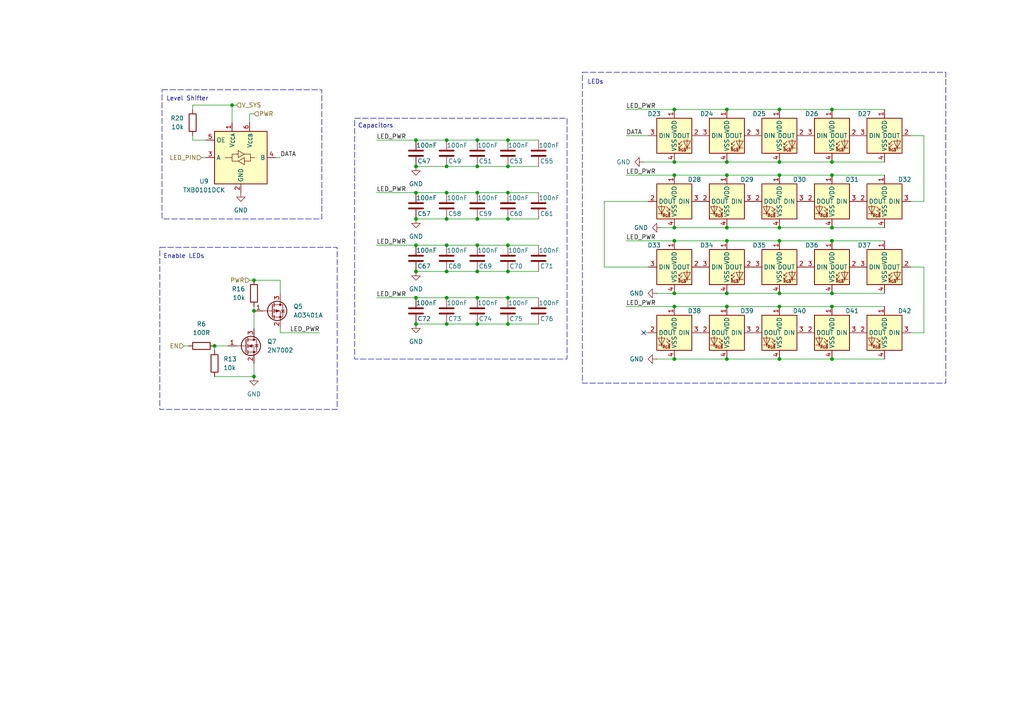
<source format=kicad_sch>
(kicad_sch (version 20241004) (generator "eeschema") (generator_version "8.99")
  (paper "A4")
  (lib_symbols
    (symbol "Device:C" (pin_numbers (hide yes)) (pin_names (offset 0.254))
      (property "Reference" "C" (at 0.635 2.54 0))
      (property "Value" "C" (at 0.635 -2.54 0))
      (symbol "C_0_1"
        (polyline (pts (xy -2.032 0.762) (xy 2.032 0.762)) (stroke (width 0.508)))
        (polyline (pts (xy -2.032 -0.762) (xy 2.032 -0.762)) (stroke (width 0.508)))
      )
      (symbol "C_1_1"
        (pin passive line (at 0 3.81 270) (length 2.794) (name "~") (number "1"))
        (pin passive line (at 0 -3.81 90) (length 2.794) (name "~") (number "2"))
      )
    )
    (symbol "Device:R" (pin_numbers (hide yes)) (pin_names (offset 0))
      (property "Reference" "R" (at 2.032 0 90))
      (property "Value" "R" (at 0 0 90))
      (symbol "R_0_1"
        (rectangle (start -1.016 -2.54) (end 1.016 2.54) (stroke (width 0.254)))
      )
      (symbol "R_1_1"
        (pin passive line (at 0 3.81 270) (length 1.27) (name "~") (number "1"))
        (pin passive line (at 0 -3.81 90) (length 1.27) (name "~") (number "2"))
      )
    )
    (symbol "Logic_LevelTranslator:TXB0101DCK"
      (property "Reference" "U" (at -6.35 8.89 0))
      (property "Value" "TXB0101DCK" (at 3.81 8.89 0))
      (symbol "TXB0101DCK_0_1"
        (rectangle (start -7.62 7.62) (end 7.62 -7.62) (stroke (width 0.254)) (fill (type background)))
        (polyline (pts (xy -2.54 0) (xy -2.54 1.016) (xy -0.762 1.016)))
        (polyline (pts (xy -0.762 0) (xy -0.762 2.032) (xy 1.016 1.016) (xy -0.762 0)))
        (polyline (pts (xy -0.762 -1.016) (xy -2.54 -1.016) (xy -2.54 0) (xy -4.572 0)))
        (polyline (pts (xy 1.016 1.016) (xy 2.794 1.016) (xy 2.794 0) (xy 4.064 0)))
        (polyline (pts (xy 1.016 0) (xy 1.016 -1.778) (xy 1.016 -2.032) (xy -0.762 -1.016) (xy 1.016 0)))
        (polyline (pts (xy 2.794 0) (xy 2.794 -1.016) (xy 1.016 -1.016)))
      )
      (symbol "TXB0101DCK_1_1"
        (pin input line (at -10.16 5.08 0) (length 2.54) (name "OE") (number "5"))
        (pin bidirectional line (at -10.16 0 0) (length 2.54) (name "A") (number "3"))
        (pin power_in line (at -2.54 10.16 270) (length 2.54) (name "V_{CCA}") (number "1"))
        (pin power_in line (at 0 -10.16 90) (length 2.54) (name "GND") (number "2"))
        (pin power_in line (at 2.54 10.16 270) (length 2.54) (name "V_{CCB}") (number "6"))
        (pin bidirectional line (at 10.16 0 180) (length 2.54) (name "B") (number "4"))
      )
    )
    (symbol "PCM_marbastlib-various:SK6812MINI-E"
      (property "Reference" "LED" (at 2.54 6.35 0))
      (property "Value" "SK6812MINI-E" (at 7.62 -6.35 0))
      (symbol "SK6812MINI-E_0_0"
        (text "RGB" (at 2.286 -4.191 0) (effects (font (size 0.762 0.762))))
      )
      (symbol "SK6812MINI-E_0_1"
        (polyline (pts (xy 1.27 -2.54) (xy 1.778 -2.54)))
        (polyline (pts (xy 1.27 -3.556) (xy 1.778 -3.556)))
        (polyline (pts (xy 2.286 -1.524) (xy 1.27 -2.54) (xy 1.27 -2.032)))
        (polyline (pts (xy 2.286 -2.54) (xy 1.27 -3.556) (xy 1.27 -3.048)))
        (polyline (pts (xy 3.683 -1.016) (xy 3.683 -3.556) (xy 3.683 -4.064)))
        (polyline (pts (xy 4.699 -1.524) (xy 2.667 -1.524) (xy 3.683 -3.556) (xy 4.699 -1.524)))
        (polyline (pts (xy 4.699 -3.556) (xy 2.667 -3.556)))
        (rectangle (start 5.08 5.08) (end -5.08 -5.08) (stroke (width 0.254)) (fill (type background)))
      )
      (symbol "SK6812MINI-E_1_1"
        (pin input line (at -7.62 0 0) (length 2.54) (name "DIN") (number "3"))
        (pin power_in line (at 0 7.62 270) (length 2.54) (name "VDD") (number "1"))
        (pin power_in line (at 0 -7.62 90) (length 2.54) (name "VSS") (number "4"))
        (pin output line (at 7.62 0 180) (length 2.54) (name "DOUT") (number "2"))
      )
    )
    (symbol "Transistor_FET:2N7002" (pin_names (hide yes))
      (property "Reference" "Q" (at 5.08 1.905 0))
      (property "Value" "2N7002" (at 5.08 0 0))
      (symbol "2N7002_0_1"
        (polyline (pts (xy 0.254 1.905) (xy 0.254 -1.905)) (stroke (width 0.254)))
        (polyline (pts (xy 0.254 0) (xy -2.54 0)))
        (polyline (pts (xy 0.762 2.286) (xy 0.762 1.27)) (stroke (width 0.254)))
        (polyline (pts (xy 0.762 0.508) (xy 0.762 -0.508)) (stroke (width 0.254)))
        (polyline (pts (xy 0.762 -1.27) (xy 0.762 -2.286)) (stroke (width 0.254)))
        (polyline (pts (xy 0.762 -1.778) (xy 3.302 -1.778) (xy 3.302 1.778) (xy 0.762 1.778)))
        (polyline (pts (xy 1.016 0) (xy 2.032 0.381) (xy 2.032 -0.381) (xy 1.016 0)) (fill (type outline)))
        (circle (center 1.651 0) (radius 2.794) (stroke (width 0.254)))
        (polyline (pts (xy 2.54 2.54) (xy 2.54 1.778)))
        (circle (center 2.54 1.778) (radius 0.254) (fill (type outline)))
        (circle (center 2.54 -1.778) (radius 0.254) (fill (type outline)))
        (polyline (pts (xy 2.54 -2.54) (xy 2.54 0) (xy 0.762 0)))
        (polyline (pts (xy 2.794 0.508) (xy 2.921 0.381) (xy 3.683 0.381) (xy 3.81 0.254)))
        (polyline (pts (xy 3.302 0.381) (xy 2.921 -0.254) (xy 3.683 -0.254) (xy 3.302 0.381)))
      )
      (symbol "2N7002_1_1"
        (pin input line (at -5.08 0 0) (length 2.54) (name "G") (number "1"))
        (pin passive line (at 2.54 5.08 270) (length 2.54) (name "D") (number "3"))
        (pin passive line (at 2.54 -5.08 90) (length 2.54) (name "S") (number "2"))
      )
    )
    (symbol "Transistor_FET:AO3401A" (pin_names (hide yes))
      (property "Reference" "Q" (at 5.08 1.905 0))
      (property "Value" "AO3401A" (at 5.08 0 0))
      (symbol "AO3401A_0_1"
        (polyline (pts (xy 0.254 1.905) (xy 0.254 -1.905)) (stroke (width 0.254)))
        (polyline (pts (xy 0.254 0) (xy -2.54 0)))
        (polyline (pts (xy 0.762 2.286) (xy 0.762 1.27)) (stroke (width 0.254)))
        (polyline (pts (xy 0.762 1.778) (xy 3.302 1.778) (xy 3.302 -1.778) (xy 0.762 -1.778)))
        (polyline (pts (xy 0.762 0.508) (xy 0.762 -0.508)) (stroke (width 0.254)))
        (polyline (pts (xy 0.762 -1.27) (xy 0.762 -2.286)) (stroke (width 0.254)))
        (circle (center 1.651 0) (radius 2.794) (stroke (width 0.254)))
        (polyline (pts (xy 2.286 0) (xy 1.27 0.381) (xy 1.27 -0.381) (xy 2.286 0)) (fill (type outline)))
        (polyline (pts (xy 2.54 2.54) (xy 2.54 1.778)))
        (circle (center 2.54 1.778) (radius 0.254) (fill (type outline)))
        (circle (center 2.54 -1.778) (radius 0.254) (fill (type outline)))
        (polyline (pts (xy 2.54 -2.54) (xy 2.54 0) (xy 0.762 0)))
        (polyline (pts (xy 2.794 -0.508) (xy 2.921 -0.381) (xy 3.683 -0.381) (xy 3.81 -0.254)))
        (polyline (pts (xy 3.302 -0.381) (xy 2.921 0.254) (xy 3.683 0.254) (xy 3.302 -0.381)))
      )
      (symbol "AO3401A_1_1"
        (pin input line (at -5.08 0 0) (length 2.54) (name "G") (number "1"))
        (pin passive line (at 2.54 5.08 270) (length 2.54) (name "D") (number "3"))
        (pin passive line (at 2.54 -5.08 90) (length 2.54) (name "S") (number "2"))
      )
    )
    (symbol "power:GND" (power) (pin_numbers (hide yes)) (pin_names (offset 0) (hide yes))
      (property "Value" "GND" (at 0 -3.81 0))
      (symbol "GND_0_1"
        (polyline (pts (xy 0 0) (xy 0 -1.27) (xy 1.27 -1.27) (xy 0 -2.54) (xy -1.27 -1.27) (xy 0 -1.27)))
      )
      (symbol "GND_1_1"
        (pin power_in line (at 0 0 270) (length 0) (name "~") (number "1"))
      )
    )
  )
  (rectangle (start 46.355 71.755) (end 97.79 118.745) (stroke (width 0) (type dash)))
  (rectangle (start 46.99 26.035) (end 93.345 63.5) (stroke (width 0) (type dash)))
  (rectangle (start 168.91 20.955) (end 274.32 111.125) (stroke (width 0) (type dash)))
  (rectangle (start 102.87 34.29) (end 164.465 104.14) (stroke (width 0) (type dash)))
  (text "Level Shifter\n" (at 54.356 28.702 0) (effects (font (size 1.27 1.27))))
  (text "LEDs" (at 172.72 23.876 0) (effects (font (size 1.27 1.27))))
  (text "Capacitors\n" (at 108.966 36.576 0) (effects (font (size 1.27 1.27))))
  (text "Enable LEDs\n\n" (at 53.34 75.438 0) (effects (font (size 1.27 1.27))))
  (junction (at 138.43 63.5))
  (junction (at 120.65 63.5))
  (junction (at 241.3 50.8))
  (junction (at 120.65 48.26))
  (junction (at 195.58 85.09))
  (junction (at 73.66 90.17))
  (junction (at 120.65 86.36))
  (junction (at 210.82 46.99))
  (junction (at 138.43 40.64))
  (junction (at 147.32 78.74))
  (junction (at 226.06 88.9))
  (junction (at 147.32 71.12))
  (junction (at 226.06 104.14))
  (junction (at 73.66 109.22))
  (junction (at 120.65 93.98))
  (junction (at 129.54 93.98))
  (junction (at 210.82 104.14))
  (junction (at 241.3 31.75))
  (junction (at 138.43 86.36))
  (junction (at 138.43 78.74))
  (junction (at 241.3 66.04))
  (junction (at 210.82 50.8))
  (junction (at 241.3 104.14))
  (junction (at 129.54 63.5))
  (junction (at 195.58 66.04))
  (junction (at 120.65 71.12))
  (junction (at 226.06 85.09))
  (junction (at 147.32 40.64))
  (junction (at 195.58 88.9))
  (junction (at 129.54 48.26))
  (junction (at 241.3 85.09))
  (junction (at 73.66 81.28))
  (junction (at 138.43 71.12))
  (junction (at 226.06 46.99))
  (junction (at 241.3 69.85))
  (junction (at 210.82 66.04))
  (junction (at 195.58 31.75))
  (junction (at 138.43 48.26))
  (junction (at 120.65 40.64))
  (junction (at 210.82 88.9))
  (junction (at 226.06 50.8))
  (junction (at 241.3 88.9))
  (junction (at 147.32 63.5))
  (junction (at 147.32 86.36))
  (junction (at 195.58 46.99))
  (junction (at 138.43 55.88))
  (junction (at 129.54 78.74))
  (junction (at 129.54 55.88))
  (junction (at 138.43 93.98))
  (junction (at 129.54 40.64))
  (junction (at 147.32 48.26))
  (junction (at 226.06 31.75))
  (junction (at 195.58 69.85))
  (junction (at 129.54 86.36))
  (junction (at 147.32 93.98))
  (junction (at 226.06 66.04))
  (junction (at 120.65 78.74))
  (junction (at 226.06 69.85))
  (junction (at 241.3 46.99))
  (junction (at 210.82 85.09))
  (junction (at 120.65 55.88))
  (junction (at 62.23 100.33))
  (junction (at 195.58 104.14))
  (junction (at 147.32 55.88))
  (junction (at 129.54 71.12))
  (junction (at 67.31 30.48))
  (junction (at 210.82 31.75))
  (junction (at 210.82 69.85))
  (junction (at 195.58 50.8))
  (no_connect (at 186.69 96.52))
  (wire (pts (xy 73.66 105.41) (xy 73.66 109.22)))
  (wire (pts (xy 129.54 71.12) (xy 138.43 71.12)))
  (wire (pts (xy 210.82 31.75) (xy 226.06 31.75)))
  (wire (pts (xy 147.32 71.12) (xy 156.21 71.12)))
  (wire (pts (xy 210.82 85.09) (xy 226.06 85.09)))
  (wire (pts (xy 138.43 55.88) (xy 147.32 55.88)))
  (wire (pts (xy 210.82 50.8) (xy 226.06 50.8)))
  (wire (pts (xy 190.5 104.14) (xy 195.58 104.14)))
  (wire (pts (xy 147.32 48.26) (xy 156.21 48.26)))
  (wire (pts (xy 210.82 46.99) (xy 226.06 46.99)))
  (wire (pts (xy 53.34 100.33) (xy 54.61 100.33)))
  (wire (pts (xy 138.43 86.36) (xy 147.32 86.36)))
  (wire (pts (xy 120.65 86.36) (xy 129.54 86.36)))
  (wire (pts (xy 73.66 33.02) (xy 72.39 33.02)))
  (wire (pts (xy 147.32 63.5) (xy 156.21 63.5)))
  (wire (pts (xy 138.43 48.26) (xy 147.32 48.26)))
  (wire (pts (xy 147.32 78.74) (xy 156.21 78.74)))
  (wire (pts (xy 67.31 30.48) (xy 67.31 35.56)))
  (wire (pts (xy 62.23 100.33) (xy 62.23 101.6)))
  (wire (pts (xy 186.69 46.99) (xy 195.58 46.99)))
  (wire (pts (xy 120.65 55.88) (xy 129.54 55.88)))
  (wire (pts (xy 241.3 66.04) (xy 256.54 66.04)))
  (wire (pts (xy 226.06 31.75) (xy 241.3 31.75)))
  (wire (pts (xy 73.66 90.17) (xy 73.66 95.25)))
  (wire (pts (xy 226.06 85.09) (xy 241.3 85.09)))
  (wire (pts (xy 109.22 71.12) (xy 120.65 71.12)))
  (wire (pts (xy 120.65 78.74) (xy 129.54 78.74)))
  (wire (pts (xy 138.43 40.64) (xy 147.32 40.64)))
  (wire (pts (xy 186.69 96.52) (xy 187.96 96.52)))
  (wire (pts (xy 210.82 88.9) (xy 226.06 88.9)))
  (wire (pts (xy 210.82 66.04) (xy 226.06 66.04)))
  (wire (pts (xy 129.54 86.36) (xy 138.43 86.36)))
  (wire (pts (xy 109.22 55.88) (xy 120.65 55.88)))
  (wire (pts (xy 138.43 78.74) (xy 147.32 78.74)))
  (wire (pts (xy 181.61 39.37) (xy 187.96 39.37)))
  (wire (pts (xy 147.32 86.36) (xy 156.21 86.36)))
  (wire (pts (xy 129.54 78.74) (xy 138.43 78.74)))
  (wire (pts (xy 241.3 85.09) (xy 256.54 85.09)))
  (wire (pts (xy 241.3 31.75) (xy 256.54 31.75)))
  (wire (pts (xy 55.88 30.48) (xy 67.31 30.48)))
  (wire (pts (xy 195.58 46.99) (xy 210.82 46.99)))
  (wire (pts (xy 120.65 93.98) (xy 129.54 93.98)))
  (wire (pts (xy 195.58 50.8) (xy 210.82 50.8)))
  (wire (pts (xy 81.28 45.72) (xy 80.01 45.72)))
  (wire (pts (xy 241.3 69.85) (xy 256.54 69.85)))
  (wire (pts (xy 226.06 50.8) (xy 241.3 50.8)))
  (wire (pts (xy 73.66 81.28) (xy 81.28 81.28)))
  (wire (pts (xy 109.22 86.36) (xy 120.65 86.36)))
  (wire (pts (xy 226.06 66.04) (xy 241.3 66.04)))
  (wire (pts (xy 267.97 77.47) (xy 267.97 96.52)))
  (wire (pts (xy 138.43 93.98) (xy 147.32 93.98)))
  (wire (pts (xy 191.77 66.04) (xy 195.58 66.04)))
  (wire (pts (xy 55.88 40.64) (xy 55.88 39.37)))
  (wire (pts (xy 129.54 63.5) (xy 138.43 63.5)))
  (wire (pts (xy 120.65 63.5) (xy 129.54 63.5)))
  (wire (pts (xy 181.61 31.75) (xy 195.58 31.75)))
  (wire (pts (xy 72.39 33.02) (xy 72.39 35.56)))
  (wire (pts (xy 181.61 88.9) (xy 195.58 88.9)))
  (wire (pts (xy 129.54 40.64) (xy 138.43 40.64)))
  (wire (pts (xy 67.31 30.48) (xy 68.58 30.48)))
  (wire (pts (xy 59.69 40.64) (xy 55.88 40.64)))
  (wire (pts (xy 264.16 39.37) (xy 267.97 39.37)))
  (wire (pts (xy 195.58 66.04) (xy 210.82 66.04)))
  (wire (pts (xy 241.3 46.99) (xy 256.54 46.99)))
  (wire (pts (xy 62.23 100.33) (xy 66.04 100.33)))
  (wire (pts (xy 210.82 104.14) (xy 226.06 104.14)))
  (wire (pts (xy 81.28 85.09) (xy 81.28 81.28)))
  (wire (pts (xy 210.82 69.85) (xy 226.06 69.85)))
  (wire (pts (xy 241.3 50.8) (xy 256.54 50.8)))
  (wire (pts (xy 175.26 77.47) (xy 187.96 77.47)))
  (wire (pts (xy 226.06 104.14) (xy 241.3 104.14)))
  (wire (pts (xy 55.88 30.48) (xy 55.88 31.75)))
  (wire (pts (xy 195.58 85.09) (xy 210.82 85.09)))
  (wire (pts (xy 62.23 109.22) (xy 73.66 109.22)))
  (wire (pts (xy 195.58 88.9) (xy 210.82 88.9)))
  (wire (pts (xy 226.06 46.99) (xy 241.3 46.99)))
  (wire (pts (xy 267.97 96.52) (xy 264.16 96.52)))
  (wire (pts (xy 73.66 88.9) (xy 73.66 90.17)))
  (wire (pts (xy 120.65 71.12) (xy 129.54 71.12)))
  (wire (pts (xy 129.54 48.26) (xy 138.43 48.26)))
  (wire (pts (xy 72.39 81.28) (xy 73.66 81.28)))
  (wire (pts (xy 120.65 40.64) (xy 129.54 40.64)))
  (wire (pts (xy 195.58 69.85) (xy 210.82 69.85)))
  (wire (pts (xy 109.22 40.64) (xy 120.65 40.64)))
  (wire (pts (xy 241.3 88.9) (xy 256.54 88.9)))
  (wire (pts (xy 267.97 58.42) (xy 264.16 58.42)))
  (wire (pts (xy 120.65 48.26) (xy 129.54 48.26)))
  (wire (pts (xy 190.5 85.09) (xy 195.58 85.09)))
  (wire (pts (xy 129.54 55.88) (xy 138.43 55.88)))
  (wire (pts (xy 241.3 104.14) (xy 256.54 104.14)))
  (wire (pts (xy 264.16 77.47) (xy 267.97 77.47)))
  (wire (pts (xy 129.54 93.98) (xy 138.43 93.98)))
  (wire (pts (xy 187.96 58.42) (xy 175.26 58.42)))
  (wire (pts (xy 58.42 45.72) (xy 59.69 45.72)))
  (wire (pts (xy 175.26 58.42) (xy 175.26 77.47)))
  (wire (pts (xy 195.58 31.75) (xy 210.82 31.75)))
  (wire (pts (xy 181.61 69.85) (xy 195.58 69.85)))
  (wire (pts (xy 147.32 40.64) (xy 156.21 40.64)))
  (wire (pts (xy 138.43 63.5) (xy 147.32 63.5)))
  (wire (pts (xy 267.97 39.37) (xy 267.97 58.42)))
  (wire (pts (xy 81.28 96.52) (xy 81.28 95.25)))
  (wire (pts (xy 92.71 96.52) (xy 81.28 96.52)))
  (wire (pts (xy 226.06 69.85) (xy 241.3 69.85)))
  (wire (pts (xy 147.32 55.88) (xy 156.21 55.88)))
  (wire (pts (xy 147.32 93.98) (xy 156.21 93.98)))
  (wire (pts (xy 138.43 71.12) (xy 147.32 71.12)))
  (wire (pts (xy 195.58 104.14) (xy 210.82 104.14)))
  (wire (pts (xy 181.61 50.8) (xy 195.58 50.8)))
  (wire (pts (xy 226.06 88.9) (xy 241.3 88.9)))
  (label "LED_PWR" (at 109.22 71.12 0))
  (label "LED_PWR" (at 109.22 86.36 0))
  (label "LED_PWR" (at 181.61 69.85 0))
  (label "LED_PWR" (at 181.61 88.9 0))
  (label "LED_PWR" (at 181.61 50.8 0))
  (label "LED_PWR" (at 92.71 96.52 180))
  (label "LED_PWR" (at 109.22 40.64 0))
  (label "DATA" (at 181.61 39.37 0))
  (label "LED_PWR" (at 109.22 55.88 0))
  (label "DATA" (at 81.28 45.72 0))
  (label "LED_PWR" (at 181.61 31.75 0))
  (hierarchical_label "V_SYS" (shape input) (at 68.58 30.48 0))
  (hierarchical_label "EN" (shape input) (at 53.34 100.33 180))
  (hierarchical_label "PWR" (shape input) (at 73.66 33.02 0))
  (hierarchical_label "PWR" (shape input) (at 72.39 81.28 180))
  (hierarchical_label "LED_PIN" (shape input) (at 58.42 45.72 180))
  (symbol (lib_id "power:GND") (at 186.69 46.99 270) (unit 1)
    (property "Reference" "#PWR01" (effects (hide yes)))
    (property "Value" "GND" (at 182.88 46.9899 90) (effects (justify right)))
    (property "Description" "Power symbol creates a global label with name \"GND\" , ground" (effects (hide yes)))
    (instances (project "koeg-board-pcb" (path "" (reference "#PWR01") (unit 1)) (path "" (reference "#PWR010") (unit 1))))
  )
  (symbol (lib_id "PCM_marbastlib-various:SK6812MINI-E") (at 210.82 96.52 0) (mirror y) (unit 1)
    (property "Reference" "D39" (at 216.662 90.17 0))
    (property "Value" "SK6812MINI-E" (effects (hide yes)))
    (property "Footprint" "PCM_marbastlib-various:LED_6028R" (effects (hide yes)))
    (property "Description" "Reverse mount adressable LED (WS2812 protocol)" (effects (hide yes)))
    (property "LCSC" "C5149201" (effects (hide yes)))
    (instances (project "koeg-board-pcb" (path "" (reference "D39") (unit 1)) (path "" (reference "D81") (unit 1))))
  )
  (symbol (lib_id "Device:C") (at 120.65 44.45 180) (unit 1)
    (property "Reference" "C47" (at 124.968 46.736 0) (effects (justify left)))
    (property "Value" "100nF" (at 126.746 42.164 0) (effects (justify left)))
    (property "Footprint" "Capacitor_SMD:C_0402_1005Metric" (effects (hide yes)))
    (property "Description" "Unpolarized capacitor" (effects (hide yes)))
    (property "LCSC" "C60474" (effects (hide yes)))
    (instances (project "koeg-board-pcb" (path "" (reference "C47") (unit 1)) (path "" (reference "C48") (unit 1))))
  )
  (symbol (lib_id "PCM_marbastlib-various:SK6812MINI-E") (at 256.54 58.42 0) (mirror y) (unit 1)
    (property "Reference" "D32" (at 262.382 52.07 0))
    (property "Value" "SK6812MINI-E" (effects (hide yes)))
    (property "Footprint" "PCM_marbastlib-various:LED_6028R" (effects (hide yes)))
    (property "Description" "Reverse mount adressable LED (WS2812 protocol)" (effects (hide yes)))
    (property "LCSC" "C5149201" (effects (hide yes)))
    (instances (project "koeg-board-pcb" (path "" (reference "D32") (unit 1)) (path "" (reference "D74") (unit 1))))
  )
  (symbol (lib_id "Device:C") (at 129.54 59.69 180) (unit 1)
    (property "Reference" "C58" (at 133.858 61.976 0) (effects (justify left)))
    (property "Value" "100nF" (at 135.636 57.404 0) (effects (justify left)))
    (property "Footprint" "Capacitor_SMD:C_0402_1005Metric" (effects (hide yes)))
    (property "Description" "Unpolarized capacitor" (effects (hide yes)))
    (property "LCSC" "C60474" (effects (hide yes)))
    (instances (project "koeg-board-pcb" (path "" (reference "C58") (unit 1)) (path "" (reference "C63") (unit 1))))
  )
  (symbol (lib_id "Device:C") (at 120.65 59.69 180) (unit 1)
    (property "Reference" "C57" (at 124.968 61.976 0) (effects (justify left)))
    (property "Value" "100nF" (at 126.746 57.404 0) (effects (justify left)))
    (property "Footprint" "Capacitor_SMD:C_0402_1005Metric" (effects (hide yes)))
    (property "Description" "Unpolarized capacitor" (effects (hide yes)))
    (property "LCSC" "C60474" (effects (hide yes)))
    (instances (project "koeg-board-pcb" (path "" (reference "C57") (unit 1)) (path "" (reference "C62") (unit 1))))
  )
  (symbol (lib_id "Device:C") (at 120.65 74.93 180) (unit 1)
    (property "Reference" "C67" (at 124.968 77.216 0) (effects (justify left)))
    (property "Value" "100nF" (at 126.746 72.644 0) (effects (justify left)))
    (property "Footprint" "Capacitor_SMD:C_0402_1005Metric" (effects (hide yes)))
    (property "Description" "Unpolarized capacitor" (effects (hide yes)))
    (property "LCSC" "C60474" (effects (hide yes)))
    (instances (project "koeg-board-pcb" (path "" (reference "C67") (unit 1)) (path "" (reference "C77") (unit 1))))
  )
  (symbol (lib_id "Device:C") (at 138.43 90.17 180) (unit 1)
    (property "Reference" "C74" (at 142.748 92.456 0) (effects (justify left)))
    (property "Value" "100nF" (at 144.526 87.884 0) (effects (justify left)))
    (property "Footprint" "Capacitor_SMD:C_0402_1005Metric" (effects (hide yes)))
    (property "Description" "Unpolarized capacitor" (effects (hide yes)))
    (property "LCSC" "C60474" (effects (hide yes)))
    (instances (project "koeg-board-pcb" (path "" (reference "C74") (unit 1)) (path "" (reference "C84") (unit 1))))
  )
  (symbol (lib_id "power:GND") (at 190.5 104.14 270) (unit 1)
    (property "Reference" "#PWR09" (effects (hide yes)))
    (property "Value" "GND" (at 186.69 104.1399 90) (effects (justify right)))
    (property "Description" "Power symbol creates a global label with name \"GND\" , ground" (effects (hide yes)))
    (instances (project "koeg-board-pcb" (path "" (reference "#PWR09") (unit 1)) (path "" (reference "#PWR015") (unit 1))))
  )
  (symbol (lib_id "power:GND") (at 190.5 85.09 270) (unit 1)
    (property "Reference" "#PWR06" (effects (hide yes)))
    (property "Value" "GND" (at 186.69 85.0899 90) (effects (justify right)))
    (property "Description" "Power symbol creates a global label with name \"GND\" , ground" (effects (hide yes)))
    (instances (project "koeg-board-pcb" (path "" (reference "#PWR06") (unit 1)) (path "" (reference "#PWR014") (unit 1))))
  )
  (symbol (lib_id "power:GND") (at 120.65 78.74 0) (unit 1)
    (property "Reference" "#PWR057" (effects (hide yes)))
    (property "Value" "GND" (at 120.65 83.82 0))
    (property "Description" "Power symbol creates a global label with name \"GND\" , ground" (effects (hide yes)))
    (instances (project "koeg-board-pcb" (path "" (reference "#PWR057") (unit 1)) (path "" (reference "#PWR060") (unit 1))))
  )
  (symbol (lib_id "Device:C") (at 129.54 44.45 180) (unit 1)
    (property "Reference" "C49" (at 133.858 46.736 0) (effects (justify left)))
    (property "Value" "100nF" (at 135.636 42.164 0) (effects (justify left)))
    (property "Footprint" "Capacitor_SMD:C_0402_1005Metric" (effects (hide yes)))
    (property "Description" "Unpolarized capacitor" (effects (hide yes)))
    (property "LCSC" "C60474" (effects (hide yes)))
    (instances (project "koeg-board-pcb" (path "" (reference "C49") (unit 1)) (path "" (reference "C50") (unit 1))))
  )
  (symbol (lib_id "PCM_marbastlib-various:SK6812MINI-E") (at 195.58 96.52 0) (mirror y) (unit 1)
    (property "Reference" "D38" (at 201.422 90.17 0))
    (property "Value" "SK6812MINI-E" (effects (hide yes)))
    (property "Footprint" "PCM_marbastlib-various:LED_6028R" (effects (hide yes)))
    (property "Description" "Reverse mount adressable LED (WS2812 protocol)" (effects (hide yes)))
    (property "LCSC" "C5149201" (effects (hide yes)))
    (instances (project "koeg-board-pcb" (path "" (reference "D38") (unit 1)) (path "" (reference "D80") (unit 1))))
  )
  (symbol (lib_id "PCM_marbastlib-various:SK6812MINI-E") (at 210.82 77.47 0) (unit 1)
    (property "Reference" "D34" (at 204.978 71.12 0))
    (property "Value" "SK6812MINI-E" (effects (hide yes)))
    (property "Footprint" "PCM_marbastlib-various:LED_6028R" (effects (hide yes)))
    (property "Description" "Reverse mount adressable LED (WS2812 protocol)" (effects (hide yes)))
    (property "LCSC" "C5149201" (effects (hide yes)))
    (instances (project "koeg-board-pcb" (path "" (reference "D34") (unit 1)) (path "" (reference "D76") (unit 1))))
  )
  (symbol (lib_id "power:GND") (at 73.66 109.22 0) (unit 1)
    (property "Reference" "#PWR049" (effects (hide yes)))
    (property "Value" "GND" (at 73.66 114.3 0))
    (property "Description" "Power symbol creates a global label with name \"GND\" , ground" (effects (hide yes)))
    (instances (project "koeg-board-pcb" (path "" (reference "#PWR049") (unit 1)) (path "" (reference "#PWR050") (unit 1))))
  )
  (symbol (lib_id "PCM_marbastlib-various:SK6812MINI-E") (at 241.3 77.47 0) (unit 1)
    (property "Reference" "D36" (at 235.458 71.12 0))
    (property "Value" "SK6812MINI-E" (effects (hide yes)))
    (property "Footprint" "PCM_marbastlib-various:LED_6028R" (effects (hide yes)))
    (property "Description" "Reverse mount adressable LED (WS2812 protocol)" (effects (hide yes)))
    (property "LCSC" "C5149201" (effects (hide yes)))
    (instances (project "koeg-board-pcb" (path "" (reference "D36") (unit 1)) (path "" (reference "D78") (unit 1))))
  )
  (symbol (lib_id "Device:C") (at 147.32 44.45 180) (unit 1)
    (property "Reference" "C53" (at 151.638 46.736 0) (effects (justify left)))
    (property "Value" "100nF" (at 153.416 42.164 0) (effects (justify left)))
    (property "Footprint" "Capacitor_SMD:C_0402_1005Metric" (effects (hide yes)))
    (property "Description" "Unpolarized capacitor" (effects (hide yes)))
    (property "LCSC" "C60474" (effects (hide yes)))
    (instances (project "koeg-board-pcb" (path "" (reference "C53") (unit 1)) (path "" (reference "C54") (unit 1))))
  )
  (symbol (lib_id "Device:R") (at 73.66 85.09 0) (mirror x) (unit 1)
    (property "Reference" "R16" (at 71.12 83.8199 0) (effects (justify right)))
    (property "Value" "10k" (at 71.12 86.3599 0) (effects (justify right)))
    (property "Footprint" "Resistor_SMD:R_0402_1005Metric" (effects (hide yes)))
    (property "Description" "Resistor" (effects (hide yes)))
    (property "LCSC" "C25744" (effects (hide yes)))
    (instances (project "koeg-board-pcb" (path "" (reference "R16") (unit 1)) (path "" (reference "R18") (unit 1))))
  )
  (symbol (lib_id "Logic_LevelTranslator:TXB0101DCK") (at 69.85 45.72 0) (unit 1)
    (property "Reference" "U9" (at 59.182 52.578 0))
    (property "Value" "TXB0101DCK" (at 59.182 55.118 0))
    (property "Footprint" "Package_TO_SOT_SMD:SOT-363_SC-70-6" (effects (hide yes)))
    (property "Datasheet" "http://www.ti.com/lit/ds/symlink/txb0101.pdf" (effects (hide yes)))
    (property "Description" "1-Bit Bidirectional Voltage-Level Translator in TSSOP Package With Auto Direction Sensing and ±15-kV ESD Protection, SC-70-6" (effects (hide yes)))
    (property "LCSC" "C324081" (effects (hide yes)))
    (instances (project "" (path "" (reference "U9") (unit 1)) (path "" (reference "U10") (unit 1))))
  )
  (symbol (lib_id "power:GND") (at 120.65 63.5 0) (unit 1)
    (property "Reference" "#PWR055" (effects (hide yes)))
    (property "Value" "GND" (at 120.65 68.58 0))
    (property "Description" "Power symbol creates a global label with name \"GND\" , ground" (effects (hide yes)))
    (instances (project "koeg-board-pcb" (path "" (reference "#PWR055") (unit 1)) (path "" (reference "#PWR056") (unit 1))))
  )
  (symbol (lib_id "Transistor_FET:2N7002") (at 71.12 100.33 0) (unit 1)
    (property "Reference" "Q7" (at 77.47 99.0599 0) (effects (justify left)))
    (property "Value" "2N7002" (at 77.47 101.5999 0) (effects (justify left)))
    (property "Footprint" "Package_TO_SOT_SMD:SOT-23" (effects (hide yes)))
    (property "Datasheet" "https://www.onsemi.com/pub/Collateral/NDS7002A-D.PDF" (effects (hide yes)))
    (property "Description" "0.115A Id, 60V Vds, N-Channel MOSFET, SOT-23" (effects (hide yes)))
    (property "LCSC" "C916396" (effects (hide yes)))
    (instances (project "" (path "" (reference "Q7") (unit 1)) (path "" (reference "Q8") (unit 1))))
  )
  (symbol (lib_id "PCM_marbastlib-various:SK6812MINI-E") (at 195.58 39.37 0) (unit 1)
    (property "Reference" "D23" (at 189.738 33.02 0))
    (property "Value" "SK6812MINI-E" (effects (hide yes)))
    (property "Footprint" "PCM_marbastlib-various:LED_6028R" (effects (hide yes)))
    (property "Description" "Reverse mount adressable LED (WS2812 protocol)" (effects (hide yes)))
    (property "LCSC" "C5149201" (effects (hide yes)))
    (instances (project "" (path "" (reference "D23") (unit 1)) (path "" (reference "D65") (unit 1))))
  )
  (symbol (lib_id "PCM_marbastlib-various:SK6812MINI-E") (at 210.82 58.42 0) (mirror y) (unit 1)
    (property "Reference" "D29" (at 216.662 52.07 0))
    (property "Value" "SK6812MINI-E" (effects (hide yes)))
    (property "Footprint" "PCM_marbastlib-various:LED_6028R" (effects (hide yes)))
    (property "Description" "Reverse mount adressable LED (WS2812 protocol)" (effects (hide yes)))
    (property "LCSC" "C5149201" (effects (hide yes)))
    (instances (project "koeg-board-pcb" (path "" (reference "D29") (unit 1)) (path "" (reference "D71") (unit 1))))
  )
  (symbol (lib_id "Device:C") (at 147.32 59.69 180) (unit 1)
    (property "Reference" "C60" (at 151.638 61.976 0) (effects (justify left)))
    (property "Value" "100nF" (at 153.416 57.404 0) (effects (justify left)))
    (property "Footprint" "Capacitor_SMD:C_0402_1005Metric" (effects (hide yes)))
    (property "Description" "Unpolarized capacitor" (effects (hide yes)))
    (property "LCSC" "C60474" (effects (hide yes)))
    (instances (project "koeg-board-pcb" (path "" (reference "C60") (unit 1)) (path "" (reference "C65") (unit 1))))
  )
  (symbol (lib_id "Device:C") (at 147.32 90.17 180) (unit 1)
    (property "Reference" "C75" (at 151.638 92.456 0) (effects (justify left)))
    (property "Value" "100nF" (at 153.416 87.884 0) (effects (justify left)))
    (property "Footprint" "Capacitor_SMD:C_0402_1005Metric" (effects (hide yes)))
    (property "Description" "Unpolarized capacitor" (effects (hide yes)))
    (property "LCSC" "C60474" (effects (hide yes)))
    (instances (project "koeg-board-pcb" (path "" (reference "C75") (unit 1)) (path "" (reference "C85") (unit 1))))
  )
  (symbol (lib_id "Device:C") (at 138.43 74.93 180) (unit 1)
    (property "Reference" "C69" (at 142.748 77.216 0) (effects (justify left)))
    (property "Value" "100nF" (at 144.526 72.644 0) (effects (justify left)))
    (property "Footprint" "Capacitor_SMD:C_0402_1005Metric" (effects (hide yes)))
    (property "Description" "Unpolarized capacitor" (effects (hide yes)))
    (property "LCSC" "C60474" (effects (hide yes)))
    (instances (project "koeg-board-pcb" (path "" (reference "C69") (unit 1)) (path "" (reference "C79") (unit 1))))
  )
  (symbol (lib_id "PCM_marbastlib-various:SK6812MINI-E") (at 195.58 58.42 0) (mirror y) (unit 1)
    (property "Reference" "D28" (at 201.422 52.07 0))
    (property "Value" "SK6812MINI-E" (effects (hide yes)))
    (property "Footprint" "PCM_marbastlib-various:LED_6028R" (effects (hide yes)))
    (property "Description" "Reverse mount adressable LED (WS2812 protocol)" (effects (hide yes)))
    (property "LCSC" "C5149201" (effects (hide yes)))
    (instances (project "koeg-board-pcb" (path "" (reference "D28") (unit 1)) (path "" (reference "D70") (unit 1))))
  )
  (symbol (lib_id "power:GND") (at 191.77 66.04 270) (unit 1)
    (property "Reference" "#PWR02" (effects (hide yes)))
    (property "Value" "GND" (at 187.96 66.0399 90) (effects (justify right)))
    (property "Description" "Power symbol creates a global label with name \"GND\" , ground" (effects (hide yes)))
    (instances (project "koeg-board-pcb" (path "" (reference "#PWR02") (unit 1)) (path "" (reference "#PWR011") (unit 1))))
  )
  (symbol (lib_id "Device:C") (at 156.21 59.69 180) (unit 1)
    (property "Reference" "C61" (at 160.528 61.976 0) (effects (justify left)))
    (property "Value" "100nF" (at 162.306 57.404 0) (effects (justify left)))
    (property "Footprint" "Capacitor_SMD:C_0402_1005Metric" (effects (hide yes)))
    (property "Description" "Unpolarized capacitor" (effects (hide yes)))
    (property "LCSC" "C60474" (effects (hide yes)))
    (instances (project "koeg-board-pcb" (path "" (reference "C61") (unit 1)) (path "" (reference "C66") (unit 1))))
  )
  (symbol (lib_id "PCM_marbastlib-various:SK6812MINI-E") (at 256.54 96.52 0) (mirror y) (unit 1)
    (property "Reference" "D42" (at 262.382 90.17 0))
    (property "Value" "SK6812MINI-E" (effects (hide yes)))
    (property "Footprint" "PCM_marbastlib-various:LED_6028R" (effects (hide yes)))
    (property "Description" "Reverse mount adressable LED (WS2812 protocol)" (effects (hide yes)))
    (property "LCSC" "C5149201" (effects (hide yes)))
    (instances (project "koeg-board-pcb" (path "" (reference "D42") (unit 1)) (path "" (reference "D84") (unit 1))))
  )
  (symbol (lib_id "Device:C") (at 147.32 74.93 180) (unit 1)
    (property "Reference" "C70" (at 151.638 77.216 0) (effects (justify left)))
    (property "Value" "100nF" (at 153.416 72.644 0) (effects (justify left)))
    (property "Footprint" "Capacitor_SMD:C_0402_1005Metric" (effects (hide yes)))
    (property "Description" "Unpolarized capacitor" (effects (hide yes)))
    (property "LCSC" "C60474" (effects (hide yes)))
    (instances (project "koeg-board-pcb" (path "" (reference "C70") (unit 1)) (path "" (reference "C80") (unit 1))))
  )
  (symbol (lib_id "PCM_marbastlib-various:SK6812MINI-E") (at 210.82 39.37 0) (unit 1)
    (property "Reference" "D24" (at 204.978 33.02 0))
    (property "Value" "SK6812MINI-E" (effects (hide yes)))
    (property "Footprint" "PCM_marbastlib-various:LED_6028R" (effects (hide yes)))
    (property "Description" "Reverse mount adressable LED (WS2812 protocol)" (effects (hide yes)))
    (property "LCSC" "C5149201" (effects (hide yes)))
    (instances (project "koeg-board-pcb" (path "" (reference "D24") (unit 1)) (path "" (reference "D66") (unit 1))))
  )
  (symbol (lib_id "PCM_marbastlib-various:SK6812MINI-E") (at 226.06 58.42 0) (mirror y) (unit 1)
    (property "Reference" "D30" (at 231.902 52.07 0))
    (property "Value" "SK6812MINI-E" (effects (hide yes)))
    (property "Footprint" "PCM_marbastlib-various:LED_6028R" (effects (hide yes)))
    (property "Description" "Reverse mount adressable LED (WS2812 protocol)" (effects (hide yes)))
    (property "LCSC" "C5149201" (effects (hide yes)))
    (instances (project "koeg-board-pcb" (path "" (reference "D30") (unit 1)) (path "" (reference "D72") (unit 1))))
  )
  (symbol (lib_id "Device:C") (at 138.43 44.45 180) (unit 1)
    (property "Reference" "C51" (at 142.748 46.736 0) (effects (justify left)))
    (property "Value" "100nF" (at 144.526 42.164 0) (effects (justify left)))
    (property "Footprint" "Capacitor_SMD:C_0402_1005Metric" (effects (hide yes)))
    (property "Description" "Unpolarized capacitor" (effects (hide yes)))
    (property "LCSC" "C60474" (effects (hide yes)))
    (instances (project "koeg-board-pcb" (path "" (reference "C51") (unit 1)) (path "" (reference "C52") (unit 1))))
  )
  (symbol (lib_id "Device:R") (at 55.88 35.56 0) (mirror x) (unit 1)
    (property "Reference" "R20" (at 53.34 34.2899 0) (effects (justify right)))
    (property "Value" "10k" (at 53.34 36.8299 0) (effects (justify right)))
    (property "Footprint" "Resistor_SMD:R_0402_1005Metric" (effects (hide yes)))
    (property "Description" "Resistor" (effects (hide yes)))
    (property "LCSC" "C25744" (effects (hide yes)))
    (instances (project "koeg-board-pcb" (path "" (reference "R20") (unit 1)) (path "" (reference "R22") (unit 1))))
  )
  (symbol (lib_id "Device:C") (at 156.21 74.93 180) (unit 1)
    (property "Reference" "C71" (at 160.528 77.216 0) (effects (justify left)))
    (property "Value" "100nF" (at 162.306 72.644 0) (effects (justify left)))
    (property "Footprint" "Capacitor_SMD:C_0402_1005Metric" (effects (hide yes)))
    (property "Description" "Unpolarized capacitor" (effects (hide yes)))
    (property "LCSC" "C60474" (effects (hide yes)))
    (instances (project "koeg-board-pcb" (path "" (reference "C71") (unit 1)) (path "" (reference "C81") (unit 1))))
  )
  (symbol (lib_id "Device:R") (at 62.23 105.41 180) (unit 1)
    (property "Reference" "R13" (at 64.77 104.1399 0) (effects (justify right)))
    (property "Value" "10k" (at 64.77 106.6799 0) (effects (justify right)))
    (property "Footprint" "Resistor_SMD:R_0402_1005Metric" (effects (hide yes)))
    (property "Description" "Resistor" (effects (hide yes)))
    (property "LCSC" "C25744" (effects (hide yes)))
    (instances (project "koeg-board-pcb" (path "" (reference "R13") (unit 1)) (path "" (reference "R14") (unit 1))))
  )
  (symbol (lib_id "PCM_marbastlib-various:SK6812MINI-E") (at 226.06 77.47 0) (unit 1)
    (property "Reference" "D35" (at 220.218 71.12 0))
    (property "Value" "SK6812MINI-E" (effects (hide yes)))
    (property "Footprint" "PCM_marbastlib-various:LED_6028R" (effects (hide yes)))
    (property "Description" "Reverse mount adressable LED (WS2812 protocol)" (effects (hide yes)))
    (property "LCSC" "C5149201" (effects (hide yes)))
    (instances (project "koeg-board-pcb" (path "" (reference "D35") (unit 1)) (path "" (reference "D77") (unit 1))))
  )
  (symbol (lib_id "Device:C") (at 156.21 90.17 180) (unit 1)
    (property "Reference" "C76" (at 160.528 92.456 0) (effects (justify left)))
    (property "Value" "100nF" (at 162.306 87.884 0) (effects (justify left)))
    (property "Footprint" "Capacitor_SMD:C_0402_1005Metric" (effects (hide yes)))
    (property "Description" "Unpolarized capacitor" (effects (hide yes)))
    (property "LCSC" "C60474" (effects (hide yes)))
    (instances (project "koeg-board-pcb" (path "" (reference "C76") (unit 1)) (path "" (reference "C86") (unit 1))))
  )
  (symbol (lib_id "PCM_marbastlib-various:SK6812MINI-E") (at 195.58 77.47 0) (unit 1)
    (property "Reference" "D33" (at 189.738 71.12 0))
    (property "Value" "SK6812MINI-E" (effects (hide yes)))
    (property "Footprint" "PCM_marbastlib-various:LED_6028R" (effects (hide yes)))
    (property "Description" "Reverse mount adressable LED (WS2812 protocol)" (effects (hide yes)))
    (property "LCSC" "C5149201" (effects (hide yes)))
    (instances (project "koeg-board-pcb" (path "" (reference "D33") (unit 1)) (path "" (reference "D75") (unit 1))))
  )
  (symbol (lib_id "PCM_marbastlib-various:SK6812MINI-E") (at 241.3 39.37 0) (unit 1)
    (property "Reference" "D26" (at 235.458 33.02 0))
    (property "Value" "SK6812MINI-E" (effects (hide yes)))
    (property "Footprint" "PCM_marbastlib-various:LED_6028R" (effects (hide yes)))
    (property "Description" "Reverse mount adressable LED (WS2812 protocol)" (effects (hide yes)))
    (property "LCSC" "C5149201" (effects (hide yes)))
    (instances (project "koeg-board-pcb" (path "" (reference "D26") (unit 1)) (path "" (reference "D68") (unit 1))))
  )
  (symbol (lib_id "Transistor_FET:AO3401A") (at 78.74 90.17 0) (unit 1)
    (property "Reference" "Q5" (at 85.09 88.8999 0) (effects (justify left)))
    (property "Value" "AO3401A" (at 85.09 91.4399 0) (effects (justify left)))
    (property "Footprint" "Package_TO_SOT_SMD:SOT-23" (effects (hide yes)))
    (property "Datasheet" "http://www.aosmd.com/pdfs/datasheet/AO3401A.pdf" (effects (hide yes)))
    (property "Description" "-4.0A Id, -30V Vds, P-Channel MOSFET, SOT-23" (effects (hide yes)))
    (property "LCSC" "C347476" (effects (hide yes)))
    (instances (project "koeg-board-pcb" (path "" (reference "Q5") (unit 1)) (path "" (reference "Q6") (unit 1))))
  )
  (symbol (lib_id "power:GND") (at 69.85 55.88 0) (unit 1)
    (property "Reference" "#PWR051" (effects (hide yes)))
    (property "Value" "GND" (at 69.85 60.96 0))
    (property "Description" "Power symbol creates a global label with name \"GND\" , ground" (effects (hide yes)))
    (instances (project "koeg-board-pcb" (path "" (reference "#PWR051") (unit 1)) (path "" (reference "#PWR052") (unit 1))))
  )
  (symbol (lib_id "PCM_marbastlib-various:SK6812MINI-E") (at 241.3 58.42 0) (mirror y) (unit 1)
    (property "Reference" "D31" (at 247.142 52.07 0))
    (property "Value" "SK6812MINI-E" (effects (hide yes)))
    (property "Footprint" "PCM_marbastlib-various:LED_6028R" (effects (hide yes)))
    (property "Description" "Reverse mount adressable LED (WS2812 protocol)" (effects (hide yes)))
    (property "LCSC" "C5149201" (effects (hide yes)))
    (instances (project "koeg-board-pcb" (path "" (reference "D31") (unit 1)) (path "" (reference "D73") (unit 1))))
  )
  (symbol (lib_id "power:GND") (at 120.65 93.98 0) (unit 1)
    (property "Reference" "#PWR058" (effects (hide yes)))
    (property "Value" "GND" (at 120.65 99.06 0))
    (property "Description" "Power symbol creates a global label with name \"GND\" , ground" (effects (hide yes)))
    (instances (project "koeg-board-pcb" (path "" (reference "#PWR058") (unit 1)) (path "" (reference "#PWR061") (unit 1))))
  )
  (symbol (lib_id "Device:R") (at 58.42 100.33 90) (unit 1)
    (property "Reference" "R6" (at 58.42 93.98 90))
    (property "Value" "100R" (at 58.42 96.52 90))
    (property "Footprint" "Resistor_SMD:R_0402_1005Metric" (effects (hide yes)))
    (property "Description" "Resistor" (effects (hide yes)))
    (property "LCSC" "C25076" (effects (hide yes)))
    (instances (project "" (path "" (reference "R6") (unit 1)) (path "" (reference "R7") (unit 1))))
  )
  (symbol (lib_id "PCM_marbastlib-various:SK6812MINI-E") (at 256.54 39.37 0) (unit 1)
    (property "Reference" "D27" (at 250.698 33.02 0))
    (property "Value" "SK6812MINI-E" (effects (hide yes)))
    (property "Footprint" "PCM_marbastlib-various:LED_6028R" (effects (hide yes)))
    (property "Description" "Reverse mount adressable LED (WS2812 protocol)" (effects (hide yes)))
    (property "LCSC" "C5149201" (effects (hide yes)))
    (instances (project "koeg-board-pcb" (path "" (reference "D27") (unit 1)) (path "" (reference "D69") (unit 1))))
  )
  (symbol (lib_id "PCM_marbastlib-various:SK6812MINI-E") (at 241.3 96.52 0) (mirror y) (unit 1)
    (property "Reference" "D41" (at 247.142 90.17 0))
    (property "Value" "SK6812MINI-E" (effects (hide yes)))
    (property "Footprint" "PCM_marbastlib-various:LED_6028R" (effects (hide yes)))
    (property "Description" "Reverse mount adressable LED (WS2812 protocol)" (effects (hide yes)))
    (property "LCSC" "C5149201" (effects (hide yes)))
    (instances (project "koeg-board-pcb" (path "" (reference "D41") (unit 1)) (path "" (reference "D83") (unit 1))))
  )
  (symbol (lib_id "PCM_marbastlib-various:SK6812MINI-E") (at 226.06 96.52 0) (mirror y) (unit 1)
    (property "Reference" "D40" (at 231.902 90.17 0))
    (property "Value" "SK6812MINI-E" (effects (hide yes)))
    (property "Footprint" "PCM_marbastlib-various:LED_6028R" (effects (hide yes)))
    (property "Description" "Reverse mount adressable LED (WS2812 protocol)" (effects (hide yes)))
    (property "LCSC" "C5149201" (effects (hide yes)))
    (instances (project "koeg-board-pcb" (path "" (reference "D40") (unit 1)) (path "" (reference "D82") (unit 1))))
  )
  (symbol (lib_id "Device:C") (at 120.65 90.17 180) (unit 1)
    (property "Reference" "C72" (at 124.968 92.456 0) (effects (justify left)))
    (property "Value" "100nF" (at 126.746 87.884 0) (effects (justify left)))
    (property "Footprint" "Capacitor_SMD:C_0402_1005Metric" (effects (hide yes)))
    (property "Description" "Unpolarized capacitor" (effects (hide yes)))
    (property "LCSC" "C60474" (effects (hide yes)))
    (instances (project "koeg-board-pcb" (path "" (reference "C72") (unit 1)) (path "" (reference "C82") (unit 1))))
  )
  (symbol (lib_id "Device:C") (at 156.21 44.45 180) (unit 1)
    (property "Reference" "C55" (at 160.528 46.736 0) (effects (justify left)))
    (property "Value" "100nF" (at 162.306 42.164 0) (effects (justify left)))
    (property "Footprint" "Capacitor_SMD:C_0402_1005Metric" (effects (hide yes)))
    (property "Description" "Unpolarized capacitor" (effects (hide yes)))
    (property "LCSC" "C60474" (effects (hide yes)))
    (instances (project "koeg-board-pcb" (path "" (reference "C55") (unit 1)) (path "" (reference "C56") (unit 1))))
  )
  (symbol (lib_id "power:GND") (at 120.65 48.26 0) (unit 1)
    (property "Reference" "#PWR053" (effects (hide yes)))
    (property "Value" "GND" (at 120.65 53.34 0))
    (property "Description" "Power symbol creates a global label with name \"GND\" , ground" (effects (hide yes)))
    (instances (project "koeg-board-pcb" (path "" (reference "#PWR053") (unit 1)) (path "" (reference "#PWR054") (unit 1))))
  )
  (symbol (lib_id "PCM_marbastlib-various:SK6812MINI-E") (at 256.54 77.47 0) (unit 1)
    (property "Reference" "D37" (at 250.698 71.12 0))
    (property "Value" "SK6812MINI-E" (effects (hide yes)))
    (property "Footprint" "PCM_marbastlib-various:LED_6028R" (effects (hide yes)))
    (property "Description" "Reverse mount adressable LED (WS2812 protocol)" (effects (hide yes)))
    (property "LCSC" "C5149201" (effects (hide yes)))
    (instances (project "koeg-board-pcb" (path "" (reference "D37") (unit 1)) (path "" (reference "D79") (unit 1))))
  )
  (symbol (lib_id "PCM_marbastlib-various:SK6812MINI-E") (at 226.06 39.37 0) (unit 1)
    (property "Reference" "D25" (at 220.218 33.02 0))
    (property "Value" "SK6812MINI-E" (effects (hide yes)))
    (property "Footprint" "PCM_marbastlib-various:LED_6028R" (effects (hide yes)))
    (property "Description" "Reverse mount adressable LED (WS2812 protocol)" (effects (hide yes)))
    (property "LCSC" "C5149201" (effects (hide yes)))
    (instances (project "koeg-board-pcb" (path "" (reference "D25") (unit 1)) (path "" (reference "D67") (unit 1))))
  )
  (symbol (lib_id "Device:C") (at 129.54 74.93 180) (unit 1)
    (property "Reference" "C68" (at 133.858 77.216 0) (effects (justify left)))
    (property "Value" "100nF" (at 135.636 72.644 0) (effects (justify left)))
    (property "Footprint" "Capacitor_SMD:C_0402_1005Metric" (effects (hide yes)))
    (property "Description" "Unpolarized capacitor" (effects (hide yes)))
    (property "LCSC" "C60474" (effects (hide yes)))
    (instances (project "koeg-board-pcb" (path "" (reference "C68") (unit 1)) (path "" (reference "C78") (unit 1))))
  )
  (symbol (lib_id "Device:C") (at 129.54 90.17 180) (unit 1)
    (property "Reference" "C73" (at 133.858 92.456 0) (effects (justify left)))
    (property "Value" "100nF" (at 135.636 87.884 0) (effects (justify left)))
    (property "Footprint" "Capacitor_SMD:C_0402_1005Metric" (effects (hide yes)))
    (property "Description" "Unpolarized capacitor" (effects (hide yes)))
    (property "LCSC" "C60474" (effects (hide yes)))
    (instances (project "koeg-board-pcb" (path "" (reference "C73") (unit 1)) (path "" (reference "C83") (unit 1))))
  )
  (symbol (lib_id "Device:C") (at 138.43 59.69 180) (unit 1)
    (property "Reference" "C59" (at 142.748 61.976 0) (effects (justify left)))
    (property "Value" "100nF" (at 144.526 57.404 0) (effects (justify left)))
    (property "Footprint" "Capacitor_SMD:C_0402_1005Metric" (effects (hide yes)))
    (property "Description" "Unpolarized capacitor" (effects (hide yes)))
    (property "LCSC" "C60474" (effects (hide yes)))
    (instances (project "koeg-board-pcb" (path "" (reference "C59") (unit 1)) (path "" (reference "C64") (unit 1))))
  )
)
</source>
